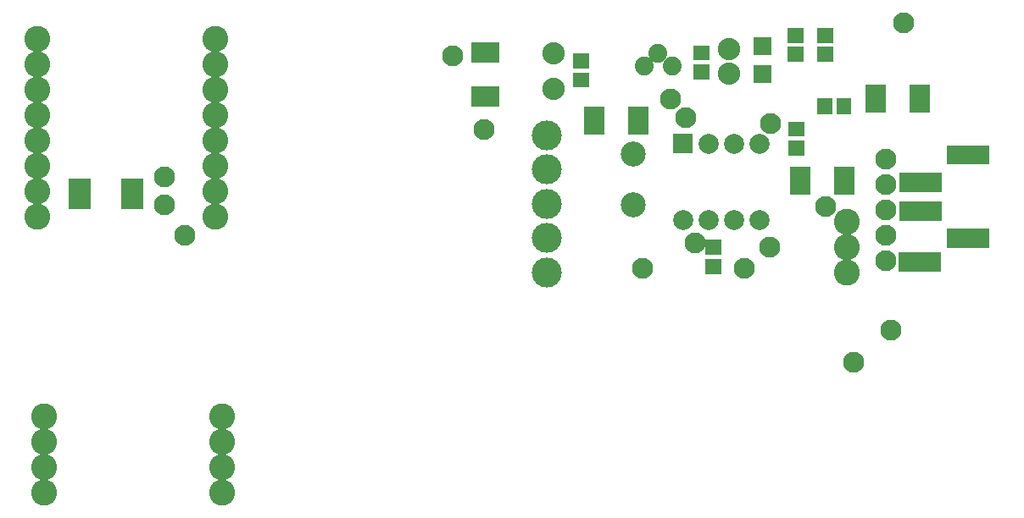
<source format=gbr>
%FSLAX32Y32*%
%MOMM*%
%LNLOETSTOP2*%
G71*
G01*
%ADD10C, 2.00*%
%ADD11C, 2.24*%
%ADD12C, 2.10*%
%ADD13C, 2.10*%
%ADD14C, 3.00*%
%ADD15C, 1.88*%
%ADD16C, 2.50*%
%ADD17C, 2.60*%
%LPD*%
G36*
X6618Y3646D02*
X6818Y3646D01*
X6818Y3846D01*
X6618Y3846D01*
X6618Y3646D01*
G37*
X6972Y3746D02*
G54D10*
D03*
X7226Y3746D02*
G54D10*
D03*
X7480Y3746D02*
G54D10*
D03*
X7480Y2984D02*
G54D10*
D03*
X7226Y2984D02*
G54D10*
D03*
X6972Y2984D02*
G54D10*
D03*
X6718Y2984D02*
G54D10*
D03*
X7179Y4691D02*
G54D11*
D03*
X7179Y4442D02*
G54D11*
D03*
X5430Y4648D02*
G54D11*
D03*
X5430Y4297D02*
G54D11*
D03*
X8743Y3594D02*
G54D12*
D03*
X8743Y3340D02*
G54D12*
D03*
X8743Y3086D02*
G54D12*
D03*
X8743Y2832D02*
G54D12*
D03*
G36*
X9358Y2895D02*
X9358Y2705D01*
X9778Y2705D01*
X9778Y2895D01*
X9358Y2895D01*
G37*
G36*
X8882Y3165D02*
X8882Y2975D01*
X9302Y2975D01*
X9302Y3165D01*
X8882Y3165D01*
G37*
G36*
X8882Y3451D02*
X8882Y3261D01*
X9302Y3261D01*
X9302Y3451D01*
X8882Y3451D01*
G37*
G36*
X9358Y3729D02*
X9358Y3539D01*
X9778Y3539D01*
X9778Y3729D01*
X9358Y3729D01*
G37*
X8743Y2578D02*
G54D13*
D03*
G36*
X8874Y2657D02*
X8874Y2467D01*
X9294Y2467D01*
X9294Y2657D01*
X8874Y2657D01*
G37*
X5360Y3486D02*
G54D14*
D03*
X5360Y3145D02*
G54D14*
D03*
X5360Y2804D02*
G54D14*
D03*
X5360Y2454D02*
G54D14*
D03*
X5360Y3828D02*
G54D14*
D03*
X6609Y4521D02*
G54D15*
D03*
X6469Y4648D02*
G54D15*
D03*
X6329Y4521D02*
G54D15*
D03*
G36*
X4603Y4759D02*
X4603Y4559D01*
X4883Y4559D01*
X4883Y4759D01*
X4603Y4759D01*
G37*
G36*
X4603Y4319D02*
X4603Y4119D01*
X4883Y4119D01*
X4883Y4319D01*
X4603Y4319D01*
G37*
X4732Y3883D02*
G54D12*
D03*
X4422Y4621D02*
G54D12*
D03*
G36*
X5621Y4648D02*
X5621Y4498D01*
X5781Y4498D01*
X5781Y4648D01*
X5621Y4648D01*
G37*
G36*
X5621Y4458D02*
X5621Y4308D01*
X5781Y4308D01*
X5781Y4458D01*
X5621Y4458D01*
G37*
G36*
X6820Y4728D02*
X6820Y4578D01*
X6980Y4578D01*
X6980Y4728D01*
X6820Y4728D01*
G37*
G36*
X6820Y4538D02*
X6820Y4388D01*
X6980Y4388D01*
X6980Y4538D01*
X6820Y4538D01*
G37*
G36*
X7423Y4812D02*
X7423Y4632D01*
X7603Y4632D01*
X7603Y4812D01*
X7423Y4812D01*
G37*
G36*
X7423Y4532D02*
X7423Y4352D01*
X7603Y4352D01*
X7603Y4532D01*
X7423Y4532D01*
G37*
X6224Y3637D02*
G54D16*
D03*
X6224Y3129D02*
G54D16*
D03*
X6319Y2502D02*
G54D12*
D03*
X7335Y2502D02*
G54D12*
D03*
X7581Y2708D02*
G54D12*
D03*
X6843Y2756D02*
G54D12*
D03*
G36*
X6939Y2783D02*
X6939Y2633D01*
X7099Y2633D01*
X7099Y2783D01*
X6939Y2783D01*
G37*
G36*
X6939Y2593D02*
X6939Y2443D01*
X7099Y2443D01*
X7099Y2593D01*
X6939Y2593D01*
G37*
X6748Y4002D02*
G54D12*
D03*
G36*
X5733Y3839D02*
X5933Y3839D01*
X5933Y4119D01*
X5733Y4119D01*
X5733Y3839D01*
G37*
G36*
X6173Y3839D02*
X6373Y3839D01*
X6373Y4119D01*
X6173Y4119D01*
X6173Y3839D01*
G37*
X8796Y1883D02*
G54D12*
D03*
X8359Y2962D02*
G54D17*
D03*
X8359Y2708D02*
G54D17*
D03*
X8359Y2454D02*
G54D17*
D03*
X8423Y1558D02*
G54D12*
D03*
G36*
X8402Y4201D02*
X8252Y4201D01*
X8252Y4041D01*
X8402Y4041D01*
X8402Y4201D01*
G37*
G36*
X8212Y4201D02*
X8062Y4201D01*
X8062Y4041D01*
X8212Y4041D01*
X8212Y4201D01*
G37*
X8923Y4955D02*
G54D12*
D03*
G36*
X8545Y4052D02*
X8745Y4052D01*
X8745Y4332D01*
X8545Y4332D01*
X8545Y4052D01*
G37*
G36*
X8985Y4052D02*
X9185Y4052D01*
X9185Y4332D01*
X8985Y4332D01*
X8985Y4052D01*
G37*
G36*
X7791Y3236D02*
X7991Y3236D01*
X7991Y3516D01*
X7791Y3516D01*
X7791Y3236D01*
G37*
G36*
X8231Y3236D02*
X8431Y3236D01*
X8431Y3516D01*
X8231Y3516D01*
X8231Y3236D01*
G37*
G36*
X7764Y4903D02*
X7764Y4753D01*
X7924Y4753D01*
X7924Y4903D01*
X7764Y4903D01*
G37*
G36*
X7764Y4713D02*
X7764Y4563D01*
X7924Y4563D01*
X7924Y4713D01*
X7764Y4713D01*
G37*
G36*
X8057Y4903D02*
X8057Y4753D01*
X8217Y4753D01*
X8217Y4903D01*
X8057Y4903D01*
G37*
G36*
X8057Y4713D02*
X8057Y4563D01*
X8217Y4563D01*
X8217Y4713D01*
X8057Y4713D01*
G37*
G36*
X7930Y3626D02*
X7930Y3776D01*
X7770Y3776D01*
X7770Y3626D01*
X7930Y3626D01*
G37*
G36*
X7930Y3816D02*
X7930Y3966D01*
X7770Y3966D01*
X7770Y3816D01*
X7930Y3816D01*
G37*
X7597Y3947D02*
G54D12*
D03*
X6597Y4193D02*
G54D12*
D03*
X8145Y3113D02*
G54D12*
D03*
X271Y4796D02*
G54D17*
D03*
X271Y4542D02*
G54D17*
D03*
X271Y4288D02*
G54D17*
D03*
X271Y4034D02*
G54D17*
D03*
X271Y3780D02*
G54D17*
D03*
X271Y3526D02*
G54D17*
D03*
X271Y3272D02*
G54D17*
D03*
X271Y3018D02*
G54D17*
D03*
X2049Y4796D02*
G54D17*
D03*
X2049Y4542D02*
G54D17*
D03*
X2049Y4288D02*
G54D17*
D03*
X2049Y4034D02*
G54D17*
D03*
X2049Y3780D02*
G54D17*
D03*
X2049Y3526D02*
G54D17*
D03*
X2049Y3272D02*
G54D17*
D03*
X2049Y3018D02*
G54D17*
D03*
X334Y1016D02*
G54D17*
D03*
X334Y762D02*
G54D17*
D03*
X334Y508D02*
G54D17*
D03*
X334Y254D02*
G54D17*
D03*
X2112Y1016D02*
G54D17*
D03*
X2112Y762D02*
G54D17*
D03*
X2112Y508D02*
G54D17*
D03*
X2112Y254D02*
G54D17*
D03*
G36*
X582Y3093D02*
X800Y3093D01*
X800Y3392D01*
X582Y3392D01*
X582Y3093D01*
G37*
G36*
X1110Y3093D02*
X1328Y3093D01*
X1328Y3392D01*
X1110Y3392D01*
X1110Y3093D01*
G37*
X1747Y2828D02*
G54D12*
D03*
X1541Y3129D02*
G54D12*
D03*
X1541Y3415D02*
G54D12*
D03*
M02*

</source>
